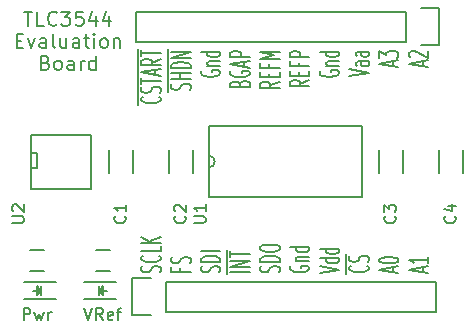
<source format=gbr>
G04 #@! TF.FileFunction,Legend,Top*
%FSLAX46Y46*%
G04 Gerber Fmt 4.6, Leading zero omitted, Abs format (unit mm)*
G04 Created by KiCad (PCBNEW 4.0.1-stable) date Monday, February 29, 2016 'PMt' 01:12:21 PM*
%MOMM*%
G01*
G04 APERTURE LIST*
%ADD10C,0.150000*%
%ADD11C,0.200000*%
%ADD12C,0.203200*%
G04 APERTURE END LIST*
D10*
D11*
X131540715Y-95252857D02*
X132226429Y-95252857D01*
X131883572Y-96452857D02*
X131883572Y-95252857D01*
X133197858Y-96452857D02*
X132626429Y-96452857D01*
X132626429Y-95252857D01*
X134283573Y-96338571D02*
X134226430Y-96395714D01*
X134055001Y-96452857D01*
X133940715Y-96452857D01*
X133769287Y-96395714D01*
X133655001Y-96281429D01*
X133597858Y-96167143D01*
X133540715Y-95938571D01*
X133540715Y-95767143D01*
X133597858Y-95538571D01*
X133655001Y-95424286D01*
X133769287Y-95310000D01*
X133940715Y-95252857D01*
X134055001Y-95252857D01*
X134226430Y-95310000D01*
X134283573Y-95367143D01*
X134683573Y-95252857D02*
X135426430Y-95252857D01*
X135026430Y-95710000D01*
X135197858Y-95710000D01*
X135312144Y-95767143D01*
X135369287Y-95824286D01*
X135426430Y-95938571D01*
X135426430Y-96224286D01*
X135369287Y-96338571D01*
X135312144Y-96395714D01*
X135197858Y-96452857D01*
X134855001Y-96452857D01*
X134740715Y-96395714D01*
X134683573Y-96338571D01*
X136512144Y-95252857D02*
X135940715Y-95252857D01*
X135883572Y-95824286D01*
X135940715Y-95767143D01*
X136055001Y-95710000D01*
X136340715Y-95710000D01*
X136455001Y-95767143D01*
X136512144Y-95824286D01*
X136569287Y-95938571D01*
X136569287Y-96224286D01*
X136512144Y-96338571D01*
X136455001Y-96395714D01*
X136340715Y-96452857D01*
X136055001Y-96452857D01*
X135940715Y-96395714D01*
X135883572Y-96338571D01*
X137597858Y-95652857D02*
X137597858Y-96452857D01*
X137312144Y-95195714D02*
X137026429Y-96052857D01*
X137769287Y-96052857D01*
X138740715Y-95652857D02*
X138740715Y-96452857D01*
X138455001Y-95195714D02*
X138169286Y-96052857D01*
X138912144Y-96052857D01*
X130883572Y-97704286D02*
X131283572Y-97704286D01*
X131455001Y-98332857D02*
X130883572Y-98332857D01*
X130883572Y-97132857D01*
X131455001Y-97132857D01*
X131855001Y-97532857D02*
X132140715Y-98332857D01*
X132426429Y-97532857D01*
X133397858Y-98332857D02*
X133397858Y-97704286D01*
X133340715Y-97590000D01*
X133226429Y-97532857D01*
X132997858Y-97532857D01*
X132883572Y-97590000D01*
X133397858Y-98275714D02*
X133283572Y-98332857D01*
X132997858Y-98332857D01*
X132883572Y-98275714D01*
X132826429Y-98161429D01*
X132826429Y-98047143D01*
X132883572Y-97932857D01*
X132997858Y-97875714D01*
X133283572Y-97875714D01*
X133397858Y-97818571D01*
X134140715Y-98332857D02*
X134026429Y-98275714D01*
X133969286Y-98161429D01*
X133969286Y-97132857D01*
X135112143Y-97532857D02*
X135112143Y-98332857D01*
X134597857Y-97532857D02*
X134597857Y-98161429D01*
X134655000Y-98275714D01*
X134769286Y-98332857D01*
X134940714Y-98332857D01*
X135055000Y-98275714D01*
X135112143Y-98218571D01*
X136197857Y-98332857D02*
X136197857Y-97704286D01*
X136140714Y-97590000D01*
X136026428Y-97532857D01*
X135797857Y-97532857D01*
X135683571Y-97590000D01*
X136197857Y-98275714D02*
X136083571Y-98332857D01*
X135797857Y-98332857D01*
X135683571Y-98275714D01*
X135626428Y-98161429D01*
X135626428Y-98047143D01*
X135683571Y-97932857D01*
X135797857Y-97875714D01*
X136083571Y-97875714D01*
X136197857Y-97818571D01*
X136597857Y-97532857D02*
X137055000Y-97532857D01*
X136769285Y-97132857D02*
X136769285Y-98161429D01*
X136826428Y-98275714D01*
X136940714Y-98332857D01*
X137055000Y-98332857D01*
X137454999Y-98332857D02*
X137454999Y-97532857D01*
X137454999Y-97132857D02*
X137397856Y-97190000D01*
X137454999Y-97247143D01*
X137512142Y-97190000D01*
X137454999Y-97132857D01*
X137454999Y-97247143D01*
X138197857Y-98332857D02*
X138083571Y-98275714D01*
X138026428Y-98218571D01*
X137969285Y-98104286D01*
X137969285Y-97761429D01*
X138026428Y-97647143D01*
X138083571Y-97590000D01*
X138197857Y-97532857D01*
X138369285Y-97532857D01*
X138483571Y-97590000D01*
X138540714Y-97647143D01*
X138597857Y-97761429D01*
X138597857Y-98104286D01*
X138540714Y-98218571D01*
X138483571Y-98275714D01*
X138369285Y-98332857D01*
X138197857Y-98332857D01*
X139112142Y-97532857D02*
X139112142Y-98332857D01*
X139112142Y-97647143D02*
X139169285Y-97590000D01*
X139283571Y-97532857D01*
X139454999Y-97532857D01*
X139569285Y-97590000D01*
X139626428Y-97704286D01*
X139626428Y-98332857D01*
X133340715Y-99584286D02*
X133512144Y-99641429D01*
X133569287Y-99698571D01*
X133626430Y-99812857D01*
X133626430Y-99984286D01*
X133569287Y-100098571D01*
X133512144Y-100155714D01*
X133397858Y-100212857D01*
X132940715Y-100212857D01*
X132940715Y-99012857D01*
X133340715Y-99012857D01*
X133455001Y-99070000D01*
X133512144Y-99127143D01*
X133569287Y-99241429D01*
X133569287Y-99355714D01*
X133512144Y-99470000D01*
X133455001Y-99527143D01*
X133340715Y-99584286D01*
X132940715Y-99584286D01*
X134312144Y-100212857D02*
X134197858Y-100155714D01*
X134140715Y-100098571D01*
X134083572Y-99984286D01*
X134083572Y-99641429D01*
X134140715Y-99527143D01*
X134197858Y-99470000D01*
X134312144Y-99412857D01*
X134483572Y-99412857D01*
X134597858Y-99470000D01*
X134655001Y-99527143D01*
X134712144Y-99641429D01*
X134712144Y-99984286D01*
X134655001Y-100098571D01*
X134597858Y-100155714D01*
X134483572Y-100212857D01*
X134312144Y-100212857D01*
X135740715Y-100212857D02*
X135740715Y-99584286D01*
X135683572Y-99470000D01*
X135569286Y-99412857D01*
X135340715Y-99412857D01*
X135226429Y-99470000D01*
X135740715Y-100155714D02*
X135626429Y-100212857D01*
X135340715Y-100212857D01*
X135226429Y-100155714D01*
X135169286Y-100041429D01*
X135169286Y-99927143D01*
X135226429Y-99812857D01*
X135340715Y-99755714D01*
X135626429Y-99755714D01*
X135740715Y-99698571D01*
X136312143Y-100212857D02*
X136312143Y-99412857D01*
X136312143Y-99641429D02*
X136369286Y-99527143D01*
X136426429Y-99470000D01*
X136540715Y-99412857D01*
X136655000Y-99412857D01*
X137569286Y-100212857D02*
X137569286Y-99012857D01*
X137569286Y-100155714D02*
X137455000Y-100212857D01*
X137226429Y-100212857D01*
X137112143Y-100155714D01*
X137055000Y-100098571D01*
X136997857Y-99984286D01*
X136997857Y-99641429D01*
X137055000Y-99527143D01*
X137112143Y-99470000D01*
X137226429Y-99412857D01*
X137455000Y-99412857D01*
X137569286Y-99470000D01*
D12*
X136603620Y-120347619D02*
X136942287Y-121363619D01*
X137280953Y-120347619D01*
X138200191Y-121363619D02*
X137861525Y-120879810D01*
X137619620Y-121363619D02*
X137619620Y-120347619D01*
X138006667Y-120347619D01*
X138103429Y-120396000D01*
X138151810Y-120444381D01*
X138200191Y-120541143D01*
X138200191Y-120686286D01*
X138151810Y-120783048D01*
X138103429Y-120831429D01*
X138006667Y-120879810D01*
X137619620Y-120879810D01*
X139022667Y-121315238D02*
X138925905Y-121363619D01*
X138732382Y-121363619D01*
X138635620Y-121315238D01*
X138587239Y-121218476D01*
X138587239Y-120831429D01*
X138635620Y-120734667D01*
X138732382Y-120686286D01*
X138925905Y-120686286D01*
X139022667Y-120734667D01*
X139071048Y-120831429D01*
X139071048Y-120928190D01*
X138587239Y-121024952D01*
X139361334Y-120686286D02*
X139748382Y-120686286D01*
X139506477Y-121363619D02*
X139506477Y-120492762D01*
X139554858Y-120396000D01*
X139651620Y-120347619D01*
X139748382Y-120347619D01*
X131475239Y-121363619D02*
X131475239Y-120347619D01*
X131862286Y-120347619D01*
X131959048Y-120396000D01*
X132007429Y-120444381D01*
X132055810Y-120541143D01*
X132055810Y-120686286D01*
X132007429Y-120783048D01*
X131959048Y-120831429D01*
X131862286Y-120879810D01*
X131475239Y-120879810D01*
X132394477Y-120686286D02*
X132588001Y-121363619D01*
X132781524Y-120879810D01*
X132975048Y-121363619D01*
X133168572Y-120686286D01*
X133555620Y-121363619D02*
X133555620Y-120686286D01*
X133555620Y-120879810D02*
X133604001Y-120783048D01*
X133652382Y-120734667D01*
X133749144Y-120686286D01*
X133845905Y-120686286D01*
X142943943Y-102446666D02*
X143022562Y-102489000D01*
X143101181Y-102616000D01*
X143101181Y-102700666D01*
X143022562Y-102827666D01*
X142865324Y-102912333D01*
X142708086Y-102954666D01*
X142393610Y-102997000D01*
X142157752Y-102997000D01*
X141843276Y-102954666D01*
X141686038Y-102912333D01*
X141528800Y-102827666D01*
X141450181Y-102700666D01*
X141450181Y-102616000D01*
X141528800Y-102489000D01*
X141607419Y-102446666D01*
X143022562Y-102108000D02*
X143101181Y-101981000D01*
X143101181Y-101769333D01*
X143022562Y-101684666D01*
X142943943Y-101642333D01*
X142786705Y-101600000D01*
X142629467Y-101600000D01*
X142472229Y-101642333D01*
X142393610Y-101684666D01*
X142314990Y-101769333D01*
X142236371Y-101938666D01*
X142157752Y-102023333D01*
X142079133Y-102065666D01*
X141921895Y-102108000D01*
X141764657Y-102108000D01*
X141607419Y-102065666D01*
X141528800Y-102023333D01*
X141450181Y-101938666D01*
X141450181Y-101727000D01*
X141528800Y-101600000D01*
X141450181Y-101345999D02*
X141450181Y-100837999D01*
X143101181Y-101091999D02*
X141450181Y-101091999D01*
X142629467Y-100584000D02*
X142629467Y-100160666D01*
X143101181Y-100668666D02*
X141450181Y-100372333D01*
X143101181Y-100076000D01*
X143101181Y-99271666D02*
X142314990Y-99568000D01*
X143101181Y-99779666D02*
X141450181Y-99779666D01*
X141450181Y-99441000D01*
X141528800Y-99356333D01*
X141607419Y-99314000D01*
X141764657Y-99271666D01*
X142000514Y-99271666D01*
X142157752Y-99314000D01*
X142236371Y-99356333D01*
X142314990Y-99441000D01*
X142314990Y-99779666D01*
X141450181Y-99017666D02*
X141450181Y-98509666D01*
X143101181Y-98763666D02*
X141450181Y-98763666D01*
X141165580Y-103166333D02*
X141165580Y-98425000D01*
X145537162Y-101854000D02*
X145615781Y-101727000D01*
X145615781Y-101515333D01*
X145537162Y-101430666D01*
X145458543Y-101388333D01*
X145301305Y-101346000D01*
X145144067Y-101346000D01*
X144986829Y-101388333D01*
X144908210Y-101430666D01*
X144829590Y-101515333D01*
X144750971Y-101684666D01*
X144672352Y-101769333D01*
X144593733Y-101811666D01*
X144436495Y-101854000D01*
X144279257Y-101854000D01*
X144122019Y-101811666D01*
X144043400Y-101769333D01*
X143964781Y-101684666D01*
X143964781Y-101473000D01*
X144043400Y-101346000D01*
X145615781Y-100964999D02*
X143964781Y-100964999D01*
X144750971Y-100964999D02*
X144750971Y-100456999D01*
X145615781Y-100456999D02*
X143964781Y-100456999D01*
X145615781Y-100033666D02*
X143964781Y-100033666D01*
X143964781Y-99822000D01*
X144043400Y-99695000D01*
X144200638Y-99610333D01*
X144357876Y-99568000D01*
X144672352Y-99525666D01*
X144908210Y-99525666D01*
X145222686Y-99568000D01*
X145379924Y-99610333D01*
X145537162Y-99695000D01*
X145615781Y-99822000D01*
X145615781Y-100033666D01*
X145615781Y-99144666D02*
X143964781Y-99144666D01*
X145615781Y-98636666D01*
X143964781Y-98636666D01*
X143680180Y-102023333D02*
X143680180Y-98425000D01*
X146558000Y-100245333D02*
X146479381Y-100329999D01*
X146479381Y-100456999D01*
X146558000Y-100583999D01*
X146715238Y-100668666D01*
X146872476Y-100710999D01*
X147186952Y-100753333D01*
X147422810Y-100753333D01*
X147737286Y-100710999D01*
X147894524Y-100668666D01*
X148051762Y-100583999D01*
X148130381Y-100456999D01*
X148130381Y-100372333D01*
X148051762Y-100245333D01*
X147973143Y-100202999D01*
X147422810Y-100202999D01*
X147422810Y-100372333D01*
X147029714Y-99821999D02*
X148130381Y-99821999D01*
X147186952Y-99821999D02*
X147108333Y-99779666D01*
X147029714Y-99694999D01*
X147029714Y-99567999D01*
X147108333Y-99483333D01*
X147265571Y-99440999D01*
X148130381Y-99440999D01*
X148130381Y-98636666D02*
X146479381Y-98636666D01*
X148051762Y-98636666D02*
X148130381Y-98721333D01*
X148130381Y-98890666D01*
X148051762Y-98975333D01*
X147973143Y-99017666D01*
X147815905Y-99060000D01*
X147344190Y-99060000D01*
X147186952Y-99017666D01*
X147108333Y-98975333D01*
X147029714Y-98890666D01*
X147029714Y-98721333D01*
X147108333Y-98636666D01*
X149780171Y-101346000D02*
X149858790Y-101219000D01*
X149937410Y-101176667D01*
X150094648Y-101134333D01*
X150330505Y-101134333D01*
X150487743Y-101176667D01*
X150566362Y-101219000D01*
X150644981Y-101303667D01*
X150644981Y-101642333D01*
X148993981Y-101642333D01*
X148993981Y-101346000D01*
X149072600Y-101261333D01*
X149151219Y-101219000D01*
X149308457Y-101176667D01*
X149465695Y-101176667D01*
X149622933Y-101219000D01*
X149701552Y-101261333D01*
X149780171Y-101346000D01*
X149780171Y-101642333D01*
X149072600Y-100287667D02*
X148993981Y-100372333D01*
X148993981Y-100499333D01*
X149072600Y-100626333D01*
X149229838Y-100711000D01*
X149387076Y-100753333D01*
X149701552Y-100795667D01*
X149937410Y-100795667D01*
X150251886Y-100753333D01*
X150409124Y-100711000D01*
X150566362Y-100626333D01*
X150644981Y-100499333D01*
X150644981Y-100414667D01*
X150566362Y-100287667D01*
X150487743Y-100245333D01*
X149937410Y-100245333D01*
X149937410Y-100414667D01*
X150173267Y-99906667D02*
X150173267Y-99483333D01*
X150644981Y-99991333D02*
X148993981Y-99695000D01*
X150644981Y-99398667D01*
X150644981Y-99102333D02*
X148993981Y-99102333D01*
X148993981Y-98763667D01*
X149072600Y-98679000D01*
X149151219Y-98636667D01*
X149308457Y-98594333D01*
X149544314Y-98594333D01*
X149701552Y-98636667D01*
X149780171Y-98679000D01*
X149858790Y-98763667D01*
X149858790Y-99102333D01*
X153159581Y-101176666D02*
X152373390Y-101473000D01*
X153159581Y-101684666D02*
X151508581Y-101684666D01*
X151508581Y-101346000D01*
X151587200Y-101261333D01*
X151665819Y-101219000D01*
X151823057Y-101176666D01*
X152058914Y-101176666D01*
X152216152Y-101219000D01*
X152294771Y-101261333D01*
X152373390Y-101346000D01*
X152373390Y-101684666D01*
X152294771Y-100795666D02*
X152294771Y-100499333D01*
X153159581Y-100372333D02*
X153159581Y-100795666D01*
X151508581Y-100795666D01*
X151508581Y-100372333D01*
X152294771Y-99695000D02*
X152294771Y-99991333D01*
X153159581Y-99991333D02*
X151508581Y-99991333D01*
X151508581Y-99568000D01*
X153159581Y-99229333D02*
X151508581Y-99229333D01*
X152687867Y-98933000D01*
X151508581Y-98636667D01*
X153159581Y-98636667D01*
X155674181Y-101049666D02*
X154887990Y-101346000D01*
X155674181Y-101557666D02*
X154023181Y-101557666D01*
X154023181Y-101219000D01*
X154101800Y-101134333D01*
X154180419Y-101092000D01*
X154337657Y-101049666D01*
X154573514Y-101049666D01*
X154730752Y-101092000D01*
X154809371Y-101134333D01*
X154887990Y-101219000D01*
X154887990Y-101557666D01*
X154809371Y-100668666D02*
X154809371Y-100372333D01*
X155674181Y-100245333D02*
X155674181Y-100668666D01*
X154023181Y-100668666D01*
X154023181Y-100245333D01*
X154809371Y-99568000D02*
X154809371Y-99864333D01*
X155674181Y-99864333D02*
X154023181Y-99864333D01*
X154023181Y-99441000D01*
X155674181Y-99102333D02*
X154023181Y-99102333D01*
X154023181Y-98763667D01*
X154101800Y-98679000D01*
X154180419Y-98636667D01*
X154337657Y-98594333D01*
X154573514Y-98594333D01*
X154730752Y-98636667D01*
X154809371Y-98679000D01*
X154887990Y-98763667D01*
X154887990Y-99102333D01*
X156616400Y-100245333D02*
X156537781Y-100329999D01*
X156537781Y-100456999D01*
X156616400Y-100583999D01*
X156773638Y-100668666D01*
X156930876Y-100710999D01*
X157245352Y-100753333D01*
X157481210Y-100753333D01*
X157795686Y-100710999D01*
X157952924Y-100668666D01*
X158110162Y-100583999D01*
X158188781Y-100456999D01*
X158188781Y-100372333D01*
X158110162Y-100245333D01*
X158031543Y-100202999D01*
X157481210Y-100202999D01*
X157481210Y-100372333D01*
X157088114Y-99821999D02*
X158188781Y-99821999D01*
X157245352Y-99821999D02*
X157166733Y-99779666D01*
X157088114Y-99694999D01*
X157088114Y-99567999D01*
X157166733Y-99483333D01*
X157323971Y-99440999D01*
X158188781Y-99440999D01*
X158188781Y-98636666D02*
X156537781Y-98636666D01*
X158110162Y-98636666D02*
X158188781Y-98721333D01*
X158188781Y-98890666D01*
X158110162Y-98975333D01*
X158031543Y-99017666D01*
X157874305Y-99060000D01*
X157402590Y-99060000D01*
X157245352Y-99017666D01*
X157166733Y-98975333D01*
X157088114Y-98890666D01*
X157088114Y-98721333D01*
X157166733Y-98636666D01*
X159052381Y-100710999D02*
X160703381Y-100414666D01*
X159052381Y-100118333D01*
X160703381Y-99440999D02*
X159838571Y-99440999D01*
X159681333Y-99483333D01*
X159602714Y-99567999D01*
X159602714Y-99737333D01*
X159681333Y-99821999D01*
X160624762Y-99440999D02*
X160703381Y-99525666D01*
X160703381Y-99737333D01*
X160624762Y-99821999D01*
X160467524Y-99864333D01*
X160310286Y-99864333D01*
X160153048Y-99821999D01*
X160074429Y-99737333D01*
X160074429Y-99525666D01*
X159995810Y-99440999D01*
X160703381Y-98636666D02*
X159838571Y-98636666D01*
X159681333Y-98679000D01*
X159602714Y-98763666D01*
X159602714Y-98933000D01*
X159681333Y-99017666D01*
X160624762Y-98636666D02*
X160703381Y-98721333D01*
X160703381Y-98933000D01*
X160624762Y-99017666D01*
X160467524Y-99060000D01*
X160310286Y-99060000D01*
X160153048Y-99017666D01*
X160074429Y-98933000D01*
X160074429Y-98721333D01*
X159995810Y-98636666D01*
X162746267Y-99864334D02*
X162746267Y-99441000D01*
X163217981Y-99949000D02*
X161566981Y-99652667D01*
X163217981Y-99356334D01*
X161566981Y-99144667D02*
X161566981Y-98594334D01*
X162195933Y-98890667D01*
X162195933Y-98763667D01*
X162274552Y-98679000D01*
X162353171Y-98636667D01*
X162510410Y-98594334D01*
X162903505Y-98594334D01*
X163060743Y-98636667D01*
X163139362Y-98679000D01*
X163217981Y-98763667D01*
X163217981Y-99017667D01*
X163139362Y-99102334D01*
X163060743Y-99144667D01*
X165260867Y-99864334D02*
X165260867Y-99441000D01*
X165732581Y-99949000D02*
X164081581Y-99652667D01*
X165732581Y-99356334D01*
X164238819Y-99102334D02*
X164160200Y-99060000D01*
X164081581Y-98975334D01*
X164081581Y-98763667D01*
X164160200Y-98679000D01*
X164238819Y-98636667D01*
X164396057Y-98594334D01*
X164553295Y-98594334D01*
X164789152Y-98636667D01*
X165732581Y-99144667D01*
X165732581Y-98594334D01*
X143022562Y-117305667D02*
X143101181Y-117178667D01*
X143101181Y-116967000D01*
X143022562Y-116882333D01*
X142943943Y-116840000D01*
X142786705Y-116797667D01*
X142629467Y-116797667D01*
X142472229Y-116840000D01*
X142393610Y-116882333D01*
X142314990Y-116967000D01*
X142236371Y-117136333D01*
X142157752Y-117221000D01*
X142079133Y-117263333D01*
X141921895Y-117305667D01*
X141764657Y-117305667D01*
X141607419Y-117263333D01*
X141528800Y-117221000D01*
X141450181Y-117136333D01*
X141450181Y-116924667D01*
X141528800Y-116797667D01*
X142943943Y-115908666D02*
X143022562Y-115951000D01*
X143101181Y-116078000D01*
X143101181Y-116162666D01*
X143022562Y-116289666D01*
X142865324Y-116374333D01*
X142708086Y-116416666D01*
X142393610Y-116459000D01*
X142157752Y-116459000D01*
X141843276Y-116416666D01*
X141686038Y-116374333D01*
X141528800Y-116289666D01*
X141450181Y-116162666D01*
X141450181Y-116078000D01*
X141528800Y-115951000D01*
X141607419Y-115908666D01*
X143101181Y-115104333D02*
X143101181Y-115527666D01*
X141450181Y-115527666D01*
X143101181Y-114807999D02*
X141450181Y-114807999D01*
X143101181Y-114299999D02*
X142157752Y-114680999D01*
X141450181Y-114299999D02*
X142393610Y-114807999D01*
X144750971Y-116967000D02*
X144750971Y-117263333D01*
X145615781Y-117263333D02*
X143964781Y-117263333D01*
X143964781Y-116840000D01*
X145537162Y-116543667D02*
X145615781Y-116416667D01*
X145615781Y-116205000D01*
X145537162Y-116120333D01*
X145458543Y-116078000D01*
X145301305Y-116035667D01*
X145144067Y-116035667D01*
X144986829Y-116078000D01*
X144908210Y-116120333D01*
X144829590Y-116205000D01*
X144750971Y-116374333D01*
X144672352Y-116459000D01*
X144593733Y-116501333D01*
X144436495Y-116543667D01*
X144279257Y-116543667D01*
X144122019Y-116501333D01*
X144043400Y-116459000D01*
X143964781Y-116374333D01*
X143964781Y-116162667D01*
X144043400Y-116035667D01*
X148051762Y-117305667D02*
X148130381Y-117178667D01*
X148130381Y-116967000D01*
X148051762Y-116882333D01*
X147973143Y-116840000D01*
X147815905Y-116797667D01*
X147658667Y-116797667D01*
X147501429Y-116840000D01*
X147422810Y-116882333D01*
X147344190Y-116967000D01*
X147265571Y-117136333D01*
X147186952Y-117221000D01*
X147108333Y-117263333D01*
X146951095Y-117305667D01*
X146793857Y-117305667D01*
X146636619Y-117263333D01*
X146558000Y-117221000D01*
X146479381Y-117136333D01*
X146479381Y-116924667D01*
X146558000Y-116797667D01*
X148130381Y-116416666D02*
X146479381Y-116416666D01*
X146479381Y-116205000D01*
X146558000Y-116078000D01*
X146715238Y-115993333D01*
X146872476Y-115951000D01*
X147186952Y-115908666D01*
X147422810Y-115908666D01*
X147737286Y-115951000D01*
X147894524Y-115993333D01*
X148051762Y-116078000D01*
X148130381Y-116205000D01*
X148130381Y-116416666D01*
X148130381Y-115527666D02*
X146479381Y-115527666D01*
X150644981Y-117263333D02*
X148993981Y-117263333D01*
X150644981Y-116840000D02*
X148993981Y-116840000D01*
X150644981Y-116332000D01*
X148993981Y-116332000D01*
X148993981Y-116035667D02*
X148993981Y-115527667D01*
X150644981Y-115781667D02*
X148993981Y-115781667D01*
X148709380Y-117475000D02*
X148709380Y-115443001D01*
X153080962Y-117305667D02*
X153159581Y-117178667D01*
X153159581Y-116967000D01*
X153080962Y-116882333D01*
X153002343Y-116840000D01*
X152845105Y-116797667D01*
X152687867Y-116797667D01*
X152530629Y-116840000D01*
X152452010Y-116882333D01*
X152373390Y-116967000D01*
X152294771Y-117136333D01*
X152216152Y-117221000D01*
X152137533Y-117263333D01*
X151980295Y-117305667D01*
X151823057Y-117305667D01*
X151665819Y-117263333D01*
X151587200Y-117221000D01*
X151508581Y-117136333D01*
X151508581Y-116924667D01*
X151587200Y-116797667D01*
X153159581Y-116416666D02*
X151508581Y-116416666D01*
X151508581Y-116205000D01*
X151587200Y-116078000D01*
X151744438Y-115993333D01*
X151901676Y-115951000D01*
X152216152Y-115908666D01*
X152452010Y-115908666D01*
X152766486Y-115951000D01*
X152923724Y-115993333D01*
X153080962Y-116078000D01*
X153159581Y-116205000D01*
X153159581Y-116416666D01*
X151508581Y-115358333D02*
X151508581Y-115189000D01*
X151587200Y-115104333D01*
X151744438Y-115019666D01*
X152058914Y-114977333D01*
X152609248Y-114977333D01*
X152923724Y-115019666D01*
X153080962Y-115104333D01*
X153159581Y-115189000D01*
X153159581Y-115358333D01*
X153080962Y-115443000D01*
X152923724Y-115527666D01*
X152609248Y-115570000D01*
X152058914Y-115570000D01*
X151744438Y-115527666D01*
X151587200Y-115443000D01*
X151508581Y-115358333D01*
X154101800Y-116797667D02*
X154023181Y-116882333D01*
X154023181Y-117009333D01*
X154101800Y-117136333D01*
X154259038Y-117221000D01*
X154416276Y-117263333D01*
X154730752Y-117305667D01*
X154966610Y-117305667D01*
X155281086Y-117263333D01*
X155438324Y-117221000D01*
X155595562Y-117136333D01*
X155674181Y-117009333D01*
X155674181Y-116924667D01*
X155595562Y-116797667D01*
X155516943Y-116755333D01*
X154966610Y-116755333D01*
X154966610Y-116924667D01*
X154573514Y-116374333D02*
X155674181Y-116374333D01*
X154730752Y-116374333D02*
X154652133Y-116332000D01*
X154573514Y-116247333D01*
X154573514Y-116120333D01*
X154652133Y-116035667D01*
X154809371Y-115993333D01*
X155674181Y-115993333D01*
X155674181Y-115189000D02*
X154023181Y-115189000D01*
X155595562Y-115189000D02*
X155674181Y-115273667D01*
X155674181Y-115443000D01*
X155595562Y-115527667D01*
X155516943Y-115570000D01*
X155359705Y-115612334D01*
X154887990Y-115612334D01*
X154730752Y-115570000D01*
X154652133Y-115527667D01*
X154573514Y-115443000D01*
X154573514Y-115273667D01*
X154652133Y-115189000D01*
X156537781Y-117390333D02*
X158188781Y-117094000D01*
X156537781Y-116797667D01*
X158188781Y-116120333D02*
X156537781Y-116120333D01*
X158110162Y-116120333D02*
X158188781Y-116205000D01*
X158188781Y-116374333D01*
X158110162Y-116459000D01*
X158031543Y-116501333D01*
X157874305Y-116543667D01*
X157402590Y-116543667D01*
X157245352Y-116501333D01*
X157166733Y-116459000D01*
X157088114Y-116374333D01*
X157088114Y-116205000D01*
X157166733Y-116120333D01*
X158188781Y-115316000D02*
X156537781Y-115316000D01*
X158110162Y-115316000D02*
X158188781Y-115400667D01*
X158188781Y-115570000D01*
X158110162Y-115654667D01*
X158031543Y-115697000D01*
X157874305Y-115739334D01*
X157402590Y-115739334D01*
X157245352Y-115697000D01*
X157166733Y-115654667D01*
X157088114Y-115570000D01*
X157088114Y-115400667D01*
X157166733Y-115316000D01*
X160546143Y-116755333D02*
X160624762Y-116797667D01*
X160703381Y-116924667D01*
X160703381Y-117009333D01*
X160624762Y-117136333D01*
X160467524Y-117221000D01*
X160310286Y-117263333D01*
X159995810Y-117305667D01*
X159759952Y-117305667D01*
X159445476Y-117263333D01*
X159288238Y-117221000D01*
X159131000Y-117136333D01*
X159052381Y-117009333D01*
X159052381Y-116924667D01*
X159131000Y-116797667D01*
X159209619Y-116755333D01*
X160624762Y-116416667D02*
X160703381Y-116289667D01*
X160703381Y-116078000D01*
X160624762Y-115993333D01*
X160546143Y-115951000D01*
X160388905Y-115908667D01*
X160231667Y-115908667D01*
X160074429Y-115951000D01*
X159995810Y-115993333D01*
X159917190Y-116078000D01*
X159838571Y-116247333D01*
X159759952Y-116332000D01*
X159681333Y-116374333D01*
X159524095Y-116416667D01*
X159366857Y-116416667D01*
X159209619Y-116374333D01*
X159131000Y-116332000D01*
X159052381Y-116247333D01*
X159052381Y-116035667D01*
X159131000Y-115908667D01*
X158767780Y-117475000D02*
X158767780Y-115739333D01*
X162746267Y-117305667D02*
X162746267Y-116882333D01*
X163217981Y-117390333D02*
X161566981Y-117094000D01*
X163217981Y-116797667D01*
X161566981Y-116332000D02*
X161566981Y-116247333D01*
X161645600Y-116162667D01*
X161724219Y-116120333D01*
X161881457Y-116078000D01*
X162195933Y-116035667D01*
X162589029Y-116035667D01*
X162903505Y-116078000D01*
X163060743Y-116120333D01*
X163139362Y-116162667D01*
X163217981Y-116247333D01*
X163217981Y-116332000D01*
X163139362Y-116416667D01*
X163060743Y-116459000D01*
X162903505Y-116501333D01*
X162589029Y-116543667D01*
X162195933Y-116543667D01*
X161881457Y-116501333D01*
X161724219Y-116459000D01*
X161645600Y-116416667D01*
X161566981Y-116332000D01*
X165260867Y-117305667D02*
X165260867Y-116882333D01*
X165732581Y-117390333D02*
X164081581Y-117094000D01*
X165732581Y-116797667D01*
X165732581Y-116035667D02*
X165732581Y-116543667D01*
X165732581Y-116289667D02*
X164081581Y-116289667D01*
X164317438Y-116374333D01*
X164474676Y-116459000D01*
X164553295Y-116543667D01*
D10*
X140725000Y-108950000D02*
X140725000Y-106950000D01*
X138675000Y-106950000D02*
X138675000Y-108950000D01*
X145805000Y-108950000D02*
X145805000Y-106950000D01*
X143755000Y-106950000D02*
X143755000Y-108950000D01*
X161535000Y-106950000D02*
X161535000Y-108950000D01*
X163585000Y-108950000D02*
X163585000Y-106950000D01*
X166615000Y-106950000D02*
X166615000Y-108950000D01*
X168665000Y-108950000D02*
X168665000Y-106950000D01*
X143510000Y-120650000D02*
X166370000Y-120650000D01*
X166370000Y-120650000D02*
X166370000Y-118110000D01*
X166370000Y-118110000D02*
X143510000Y-118110000D01*
X140690000Y-120930000D02*
X142240000Y-120930000D01*
X143510000Y-120650000D02*
X143510000Y-118110000D01*
X142240000Y-117830000D02*
X140690000Y-117830000D01*
X140690000Y-117830000D02*
X140690000Y-120930000D01*
X163830000Y-95250000D02*
X140970000Y-95250000D01*
X140970000Y-95250000D02*
X140970000Y-97790000D01*
X140970000Y-97790000D02*
X163830000Y-97790000D01*
X166650000Y-94970000D02*
X165100000Y-94970000D01*
X163830000Y-95250000D02*
X163830000Y-97790000D01*
X165100000Y-98070000D02*
X166650000Y-98070000D01*
X166650000Y-98070000D02*
X166650000Y-94970000D01*
X134188000Y-118122000D02*
X131488000Y-118122000D01*
X134188000Y-119622000D02*
X131488000Y-119622000D01*
X132688000Y-118722000D02*
X132688000Y-118972000D01*
X132688000Y-118972000D02*
X132838000Y-118822000D01*
X132938000Y-119222000D02*
X132938000Y-118522000D01*
X132588000Y-118872000D02*
X132238000Y-118872000D01*
X132938000Y-118872000D02*
X132588000Y-119222000D01*
X132588000Y-119222000D02*
X132588000Y-118522000D01*
X132588000Y-118522000D02*
X132938000Y-118872000D01*
X136576000Y-119622000D02*
X139276000Y-119622000D01*
X136576000Y-118122000D02*
X139276000Y-118122000D01*
X138076000Y-119022000D02*
X138076000Y-118772000D01*
X138076000Y-118772000D02*
X137926000Y-118922000D01*
X137826000Y-118522000D02*
X137826000Y-119222000D01*
X138176000Y-118872000D02*
X138526000Y-118872000D01*
X137826000Y-118872000D02*
X138176000Y-118522000D01*
X138176000Y-118522000D02*
X138176000Y-119222000D01*
X138176000Y-119222000D02*
X137826000Y-118872000D01*
X133188000Y-117207000D02*
X131988000Y-117207000D01*
X131988000Y-115457000D02*
X133188000Y-115457000D01*
X138776000Y-117207000D02*
X137576000Y-117207000D01*
X137576000Y-115457000D02*
X138776000Y-115457000D01*
X147170000Y-110950000D02*
X147170000Y-110450000D01*
X160170000Y-110450000D02*
X160170000Y-110950000D01*
X160170000Y-104950000D02*
X160170000Y-105450000D01*
X147170000Y-105450000D02*
X147170000Y-104950000D01*
X147670000Y-107950000D02*
G75*
G03X147170000Y-107450000I-500000J0D01*
G01*
X147170000Y-108450000D02*
G75*
G03X147670000Y-107950000I0J500000D01*
G01*
X147170000Y-108950000D02*
X147170000Y-110450000D01*
X147170000Y-110950000D02*
X148670000Y-110950000D01*
X147170000Y-105450000D02*
X147170000Y-108950000D01*
X148670000Y-110950000D02*
X160170000Y-110950000D01*
X160170000Y-110450000D02*
X160170000Y-105450000D01*
X160170000Y-104950000D02*
X147170000Y-104950000D01*
X132080000Y-105664000D02*
X137160000Y-105664000D01*
X137160000Y-105664000D02*
X137160000Y-110236000D01*
X137160000Y-110236000D02*
X132080000Y-110236000D01*
X132080000Y-110236000D02*
X132080000Y-105664000D01*
X132080000Y-107188000D02*
X132588000Y-107188000D01*
X132588000Y-107188000D02*
X132588000Y-108458000D01*
X132588000Y-108458000D02*
X132080000Y-108458000D01*
X140057143Y-112561666D02*
X140104762Y-112609285D01*
X140152381Y-112752142D01*
X140152381Y-112847380D01*
X140104762Y-112990238D01*
X140009524Y-113085476D01*
X139914286Y-113133095D01*
X139723810Y-113180714D01*
X139580952Y-113180714D01*
X139390476Y-113133095D01*
X139295238Y-113085476D01*
X139200000Y-112990238D01*
X139152381Y-112847380D01*
X139152381Y-112752142D01*
X139200000Y-112609285D01*
X139247619Y-112561666D01*
X140152381Y-111609285D02*
X140152381Y-112180714D01*
X140152381Y-111895000D02*
X139152381Y-111895000D01*
X139295238Y-111990238D01*
X139390476Y-112085476D01*
X139438095Y-112180714D01*
X145137143Y-112561666D02*
X145184762Y-112609285D01*
X145232381Y-112752142D01*
X145232381Y-112847380D01*
X145184762Y-112990238D01*
X145089524Y-113085476D01*
X144994286Y-113133095D01*
X144803810Y-113180714D01*
X144660952Y-113180714D01*
X144470476Y-113133095D01*
X144375238Y-113085476D01*
X144280000Y-112990238D01*
X144232381Y-112847380D01*
X144232381Y-112752142D01*
X144280000Y-112609285D01*
X144327619Y-112561666D01*
X144327619Y-112180714D02*
X144280000Y-112133095D01*
X144232381Y-112037857D01*
X144232381Y-111799761D01*
X144280000Y-111704523D01*
X144327619Y-111656904D01*
X144422857Y-111609285D01*
X144518095Y-111609285D01*
X144660952Y-111656904D01*
X145232381Y-112228333D01*
X145232381Y-111609285D01*
X162917143Y-112561666D02*
X162964762Y-112609285D01*
X163012381Y-112752142D01*
X163012381Y-112847380D01*
X162964762Y-112990238D01*
X162869524Y-113085476D01*
X162774286Y-113133095D01*
X162583810Y-113180714D01*
X162440952Y-113180714D01*
X162250476Y-113133095D01*
X162155238Y-113085476D01*
X162060000Y-112990238D01*
X162012381Y-112847380D01*
X162012381Y-112752142D01*
X162060000Y-112609285D01*
X162107619Y-112561666D01*
X162012381Y-112228333D02*
X162012381Y-111609285D01*
X162393333Y-111942619D01*
X162393333Y-111799761D01*
X162440952Y-111704523D01*
X162488571Y-111656904D01*
X162583810Y-111609285D01*
X162821905Y-111609285D01*
X162917143Y-111656904D01*
X162964762Y-111704523D01*
X163012381Y-111799761D01*
X163012381Y-112085476D01*
X162964762Y-112180714D01*
X162917143Y-112228333D01*
X167997143Y-112561666D02*
X168044762Y-112609285D01*
X168092381Y-112752142D01*
X168092381Y-112847380D01*
X168044762Y-112990238D01*
X167949524Y-113085476D01*
X167854286Y-113133095D01*
X167663810Y-113180714D01*
X167520952Y-113180714D01*
X167330476Y-113133095D01*
X167235238Y-113085476D01*
X167140000Y-112990238D01*
X167092381Y-112847380D01*
X167092381Y-112752142D01*
X167140000Y-112609285D01*
X167187619Y-112561666D01*
X167425714Y-111704523D02*
X168092381Y-111704523D01*
X167044762Y-111942619D02*
X167759048Y-112180714D01*
X167759048Y-111561666D01*
X145883381Y-113156905D02*
X146692905Y-113156905D01*
X146788143Y-113109286D01*
X146835762Y-113061667D01*
X146883381Y-112966429D01*
X146883381Y-112775952D01*
X146835762Y-112680714D01*
X146788143Y-112633095D01*
X146692905Y-112585476D01*
X145883381Y-112585476D01*
X146883381Y-111585476D02*
X146883381Y-112156905D01*
X146883381Y-111871191D02*
X145883381Y-111871191D01*
X146026238Y-111966429D01*
X146121476Y-112061667D01*
X146169095Y-112156905D01*
X130516381Y-113156905D02*
X131325905Y-113156905D01*
X131421143Y-113109286D01*
X131468762Y-113061667D01*
X131516381Y-112966429D01*
X131516381Y-112775952D01*
X131468762Y-112680714D01*
X131421143Y-112633095D01*
X131325905Y-112585476D01*
X130516381Y-112585476D01*
X130611619Y-112156905D02*
X130564000Y-112109286D01*
X130516381Y-112014048D01*
X130516381Y-111775952D01*
X130564000Y-111680714D01*
X130611619Y-111633095D01*
X130706857Y-111585476D01*
X130802095Y-111585476D01*
X130944952Y-111633095D01*
X131516381Y-112204524D01*
X131516381Y-111585476D01*
M02*

</source>
